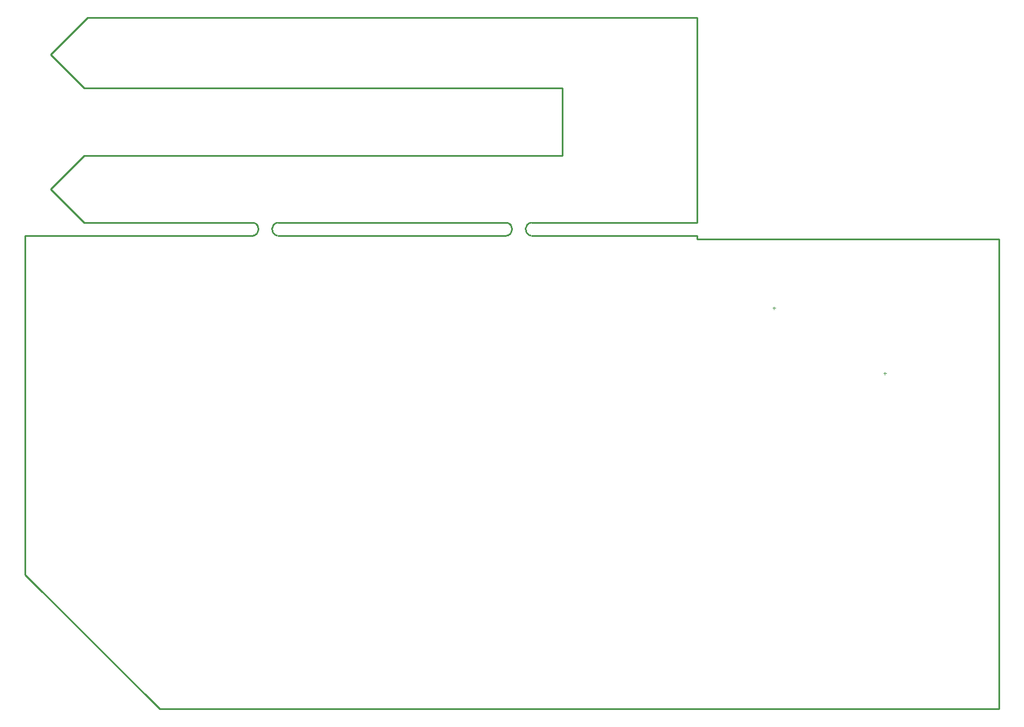
<source format=gm1>
%FSLAX25Y25*%
%MOIN*%
G70*
G01*
G75*
G04 Layer_Color=16711935*
%ADD10R,0.03937X0.04331*%
%ADD11R,0.04331X0.03937*%
%ADD12R,0.11811X0.09055*%
%ADD13R,0.07874X0.02756*%
%ADD14R,0.09449X0.12992*%
%ADD15R,0.24016X0.40000*%
%ADD16R,0.12992X0.09449*%
%ADD17R,0.07874X0.02362*%
%ADD18R,0.02362X0.06102*%
%ADD19C,0.01000*%
%ADD20C,0.02756*%
%ADD21C,0.03937*%
%ADD22C,0.05906*%
%ADD23C,0.01969*%
%ADD24C,0.07874*%
%ADD25C,0.01575*%
%ADD26C,0.27559*%
%ADD27C,0.07087*%
%ADD28C,0.09843*%
%ADD29C,0.05906*%
%ADD30C,0.08661*%
%ADD31O,0.07874X0.03937*%
%ADD32O,0.07874X0.03937*%
%ADD33R,0.06299X0.06299*%
%ADD34C,0.06299*%
%ADD35R,0.06299X0.06299*%
%ADD36R,0.05906X0.05906*%
%ADD37C,0.04724*%
%ADD38C,0.01969*%
%ADD39R,0.05906X0.05906*%
%ADD40O,0.03937X0.07874*%
%ADD41O,0.07874X0.04331*%
%ADD42C,0.03937*%
%ADD43C,0.02756*%
%ADD44C,0.05000*%
%ADD45C,0.03543*%
%ADD46C,0.06693*%
%ADD47C,0.00394*%
%ADD48C,0.00787*%
%ADD49C,0.00591*%
%ADD50C,0.00800*%
%ADD51R,0.04737X0.05131*%
%ADD52R,0.05131X0.04737*%
%ADD53R,0.12611X0.09855*%
%ADD54R,0.08674X0.03556*%
%ADD55R,0.10249X0.13792*%
%ADD56R,0.24816X0.40800*%
%ADD57R,0.13792X0.10249*%
%ADD58R,0.08674X0.03162*%
%ADD59R,0.03162X0.06902*%
%ADD60C,0.07887*%
%ADD61C,0.10642*%
%ADD62C,0.06706*%
%ADD63C,0.09461*%
%ADD64O,0.08674X0.04737*%
%ADD65O,0.08674X0.04737*%
%ADD66R,0.07099X0.07099*%
%ADD67C,0.07099*%
%ADD68R,0.07099X0.07099*%
%ADD69R,0.06706X0.06706*%
%ADD70C,0.05524*%
%ADD71C,0.02769*%
%ADD72R,0.06706X0.06706*%
%ADD73O,0.04737X0.08674*%
%ADD74O,0.08674X0.05131*%
%ADD75C,0.04737*%
%ADD76C,0.03556*%
%ADD77C,0.05800*%
%ADD78C,0.04343*%
%ADD79C,0.07493*%
D19*
X282044Y277593D02*
G03*
X282549Y285299I-514J3903D01*
G01*
X296764Y285399D02*
G03*
X296259Y277693I514J-3903D01*
G01*
X148108Y285399D02*
G03*
X147603Y277693I514J-3903D01*
G01*
X133388Y277593D02*
G03*
X133893Y285299I-514J3903D01*
G01*
X148108Y277593D02*
X282010D01*
X148108Y285399D02*
X282456D01*
X-0Y277559D02*
X34Y277593D01*
X133388D01*
X34449Y285433D02*
X133800D01*
X14764Y305118D02*
X34449Y285433D01*
X14764Y305118D02*
X34449Y324803D01*
X314961D01*
Y364173D01*
X34449D02*
X314961D01*
X14764Y383858D02*
X34449Y364173D01*
X14764Y383858D02*
X36417Y405512D01*
X393701D01*
Y285433D02*
Y405512D01*
X393667Y285399D02*
X393701Y285433D01*
X296730Y285399D02*
X393667D01*
X296730Y277593D02*
X393667D01*
X393701Y277559D01*
Y275590D02*
Y277559D01*
Y275590D02*
X570866D01*
X570866Y275590D01*
Y0D02*
Y275590D01*
X78740Y0D02*
X570866D01*
X-0Y78740D02*
X78740Y0D01*
X-0Y78740D02*
Y277559D01*
D47*
X503150Y196850D02*
X504724D01*
X503937Y196063D02*
Y197638D01*
X438976Y234449D02*
Y236024D01*
X438189Y235236D02*
X439764D01*
M02*

</source>
